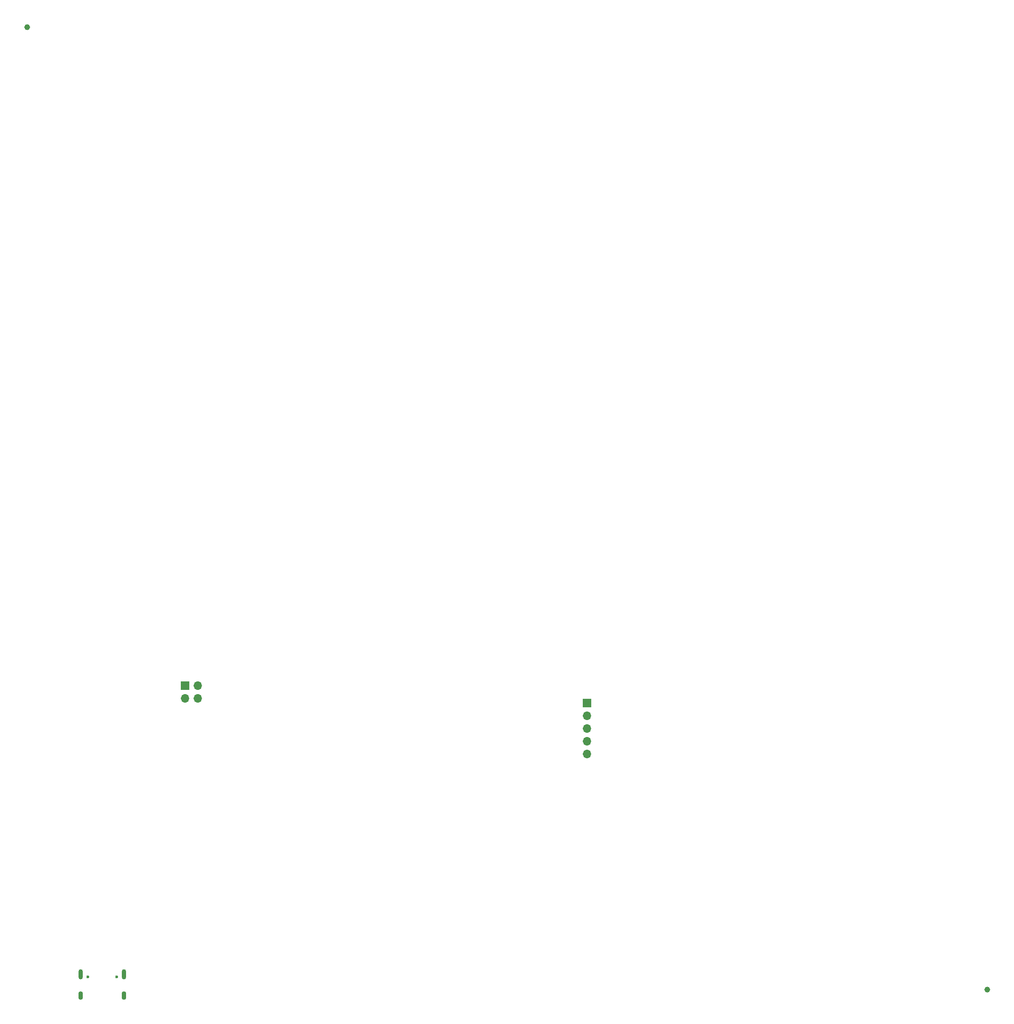
<source format=gbr>
%TF.GenerationSoftware,KiCad,Pcbnew,7.0.2-0*%
%TF.CreationDate,2023-04-30T21:52:29+02:00*%
%TF.ProjectId,tomclock,746f6d63-6c6f-4636-9b2e-6b696361645f,rev?*%
%TF.SameCoordinates,Original*%
%TF.FileFunction,Soldermask,Bot*%
%TF.FilePolarity,Negative*%
%FSLAX46Y46*%
G04 Gerber Fmt 4.6, Leading zero omitted, Abs format (unit mm)*
G04 Created by KiCad (PCBNEW 7.0.2-0) date 2023-04-30 21:52:29*
%MOMM*%
%LPD*%
G01*
G04 APERTURE LIST*
%ADD10C,1.152000*%
%ADD11R,1.700000X1.700000*%
%ADD12O,1.700000X1.700000*%
%ADD13C,0.600000*%
%ADD14O,0.900000X2.000000*%
%ADD15O,0.900000X1.700000*%
G04 APERTURE END LIST*
D10*
%TO.C,H2*%
X216000000Y-209000000D03*
%TD*%
%TO.C,H1*%
X24500000Y-17000000D03*
%TD*%
D11*
%TO.C,J5*%
X56060000Y-148310000D03*
D12*
X58600000Y-148310000D03*
X56060000Y-150850000D03*
X58600000Y-150850000D03*
%TD*%
D11*
%TO.C,J1*%
X136200000Y-151790000D03*
D12*
X136200000Y-154330000D03*
X136200000Y-156870000D03*
X136200000Y-159410000D03*
X136200000Y-161950000D03*
%TD*%
D13*
%TO.C,J2*%
X36610000Y-206425000D03*
X42390000Y-206425000D03*
D14*
X35180000Y-205945000D03*
D15*
X35180000Y-210115000D03*
D14*
X43820000Y-205945000D03*
D15*
X43820000Y-210115000D03*
%TD*%
M02*

</source>
